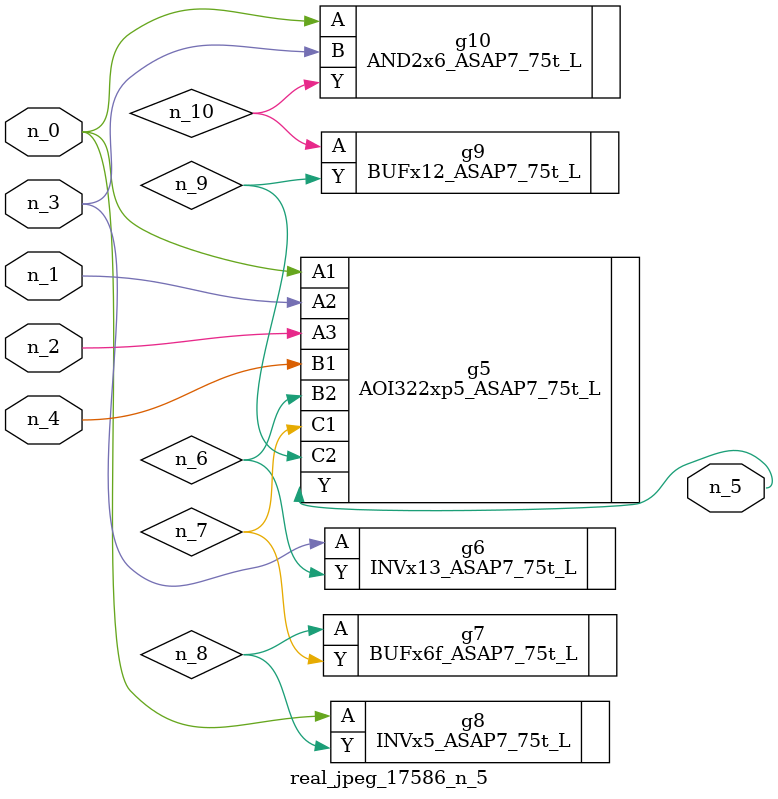
<source format=v>
module real_jpeg_17586_n_5 (n_4, n_0, n_1, n_2, n_3, n_5);

input n_4;
input n_0;
input n_1;
input n_2;
input n_3;

output n_5;

wire n_8;
wire n_6;
wire n_7;
wire n_10;
wire n_9;

AOI322xp5_ASAP7_75t_L g5 ( 
.A1(n_0),
.A2(n_1),
.A3(n_2),
.B1(n_4),
.B2(n_6),
.C1(n_7),
.C2(n_9),
.Y(n_5)
);

INVx5_ASAP7_75t_L g8 ( 
.A(n_0),
.Y(n_8)
);

AND2x6_ASAP7_75t_L g10 ( 
.A(n_0),
.B(n_3),
.Y(n_10)
);

INVx13_ASAP7_75t_L g6 ( 
.A(n_3),
.Y(n_6)
);

BUFx6f_ASAP7_75t_L g7 ( 
.A(n_8),
.Y(n_7)
);

BUFx12_ASAP7_75t_L g9 ( 
.A(n_10),
.Y(n_9)
);


endmodule
</source>
